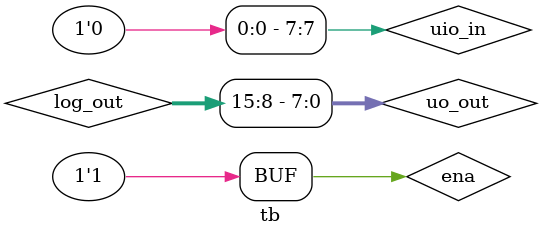
<source format=v>
`default_nettype none
`timescale 1ns/1ps

/*
this testbench just instantiates the module and makes some convenient wires
that can be driven / tested by the cocotb test.py
*/

// testbench is controlled by test.py
module tb ();

    // this part dumps the trace to a vcd file that can be viewed with GTKWave
    initial begin
        $dumpfile ("tb.vcd");
        $dumpvars (0, tb);
        #1;
    end

    // wire up the inputs and outputs
    reg  clk;
    reg  rst_n;
    wire  ena=1;
    wire  [7:0] ui_in;
    wire  [7:0] uio_in;

    wire [7:0] uo_out;
    wire [7:0] uio_out;
    wire [7:0] uio_oe;

    tt_um_vc_cpu tt_um_vc_cpu (
    // include power ports for the Gate Level test
    `ifdef GL_TEST
        .VPWR( 1'b1),
        .VGND( 1'b0),
    `endif
        .ui_in      (ui_in),    // Dedicated inputs
        .uo_out     (uo_out),   // Dedicated outputs
        .uio_in     (uio_in),   // IOs: Input path
        .uio_out    (uio_out),  // IOs: Output path
        .uio_oe     (uio_oe),   // IOs: Enable path (active high: 0=input, 1=output)
        .ena        (ena),      // enable - goes high when design is selected
        .clk        (clk),      // clock
        .rst_n      (rst_n)     // not reset
        );

	reg [7:0]m[0:4096];

	initial begin
`include "./init.v"
	end

	wire ind = uio_out[0];
	wire write = uio_out[1];
	wire latch_hi = uio_out[2];
	wire latch_lo = uio_out[3];
	assign uio_in[7] = 0; // interrupt

	reg [15:8]addrhi;
	reg [7:1]addrlo;

	assign ui_in = m[{addrhi, addrlo, ind}];

	always @(negedge clk)
	if (latch_hi) 
		addrhi <= uo_out;
	always @(negedge clk)
	if (latch_lo) 
		addrlo <= uo_out[7:1];
	always @(posedge clk)
	if (write && (addrhi!=8'hff || addrlo != 7'h7f)) 
		m[{addrhi, addrlo, ind}] <= uo_out;

	wire log = write && addrhi==8'hff && addrlo == 7'h7f && ind;
    	reg [7:0]byte0;
    	always @(posedge clk)
    	if (write && addrhi==8'hff && addrlo == 7'h7f && !ind)
		byte0 <= uo_out;
	wire [15:0]log_out = {uo_out, byte0};


`ifdef XTEST
	initial begin
		rst_n = 0;
		clk=0; #5 clk=1; #5;
		clk=0; #5 clk=1; #5;
		rst_n = 1;
		forever begin clk=0; #5 clk=1; #5; end
	end
	initial begin
		#10000;$finish;
	end
`endif

endmodule

</source>
